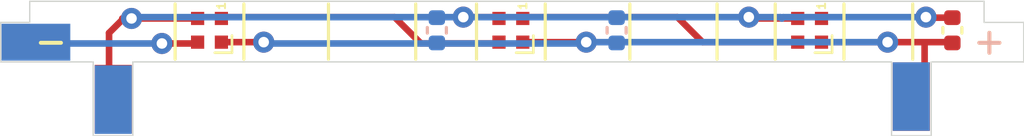
<source format=kicad_pcb>
(kicad_pcb (version 20211014) (generator pcbnew)
  (layers (0 "F.Cu" signal) (31 "B.Cu" signal) (34 "B.Paste" user) (35 "F.Paste" user) (36 "B.SilkS" user "B.Silkscreen") (37 "F.SilkS" user "F.Silkscreen") (38 "B.Mask" user) (39 "F.Mask" user) (44 "Edge.Cuts" user))
  (net 0 "")
  (net 1 "+5V")
  (net 2 "GND")
  (net 3 "Net-(D1-Pad1)")
  (net 4 "Net-(D1-Pad3)")
  (net 5 "Net-(D2-Pad1)")
  (footprint "" (layer "F.Cu") (at 44.0587 111.412788)
    (fp_text reference "" (at 0 0) (layer "F.SilkS") (effects (font (size 1.27 1.27))))
    (fp_text value "" (at 0 0) (layer "F.SilkS") (effects (font (size 1.27 1.27))))
    (pad "" smd rect (at 0 0) (size 1.4 2.6) (layers "F.Cu" "F.Paste" "F.Mask"))
  )
  (footprint "LED_SMD:LED_SK6812_EC15_1.5x1.5mm" (layer "F.Cu") (at 70.4 108.8 -90)
    (fp_text reference "" (at 0 -1.75 90) (layer "F.SilkS"))
    (fp_text value "")
    (fp_text user "1" (at -0.925 -0.45 90) (layer "F.SilkS") (effects (font (size 0.3 0.3) (thickness 0.075))))
    (fp_line (start 0.85 -0.85) (end 0.2 -0.85) (layer "F.SilkS") (width 0.1))
    (fp_line (start 0.85 -0.2) (end 0.85 -0.85) (layer "F.SilkS") (width 0.1))
    (pad "1" smd rect (at -0.45 -0.45 270) (size 0.5 0.5) (layers "F.Cu" "F.Paste" "F.Mask"))
    (pad "2" smd rect (at -0.45 0.45 270) (size 0.5 0.5) (layers "F.Cu" "F.Paste" "F.Mask") (net 2 "GND"))
    (pad "3" smd rect (at 0.45 0.45 270) (size 0.5 0.5) (layers "F.Cu" "F.Paste" "F.Mask") (net 5 "Net-(D2-Pad1)"))
    (pad "4" smd rect (at 0.45 -0.45 270) (size 0.5 0.5) (layers "F.Cu" "F.Paste" "F.Mask") (net 1 "+5V"))
  )
  (footprint "Capacitor_SMD:C_0402_1005Metric" (layer "F.Cu") (at 75.8 108.8 90)
    (fp_text reference "" (at 0 -1.16 90) (layer "F.SilkS"))
    (fp_text value "")
    (fp_line (start -0.107836 0.36) (end 0.107836 0.36) (layer "F.SilkS") (width 0.12))
    (fp_line (start -0.107836 -0.36) (end 0.107836 -0.36) (layer "F.SilkS") (width 0.12))
    (pad "1" smd roundrect (at -0.48 0 90) (size 0.56 0.62) (layers "F.Cu" "F.Paste" "F.Mask") (net 1 "+5V"))
    (pad "2" smd roundrect (at 0.48 0 90) (size 0.56 0.62) (layers "F.Cu" "F.Paste" "F.Mask") (net 2 "GND"))
  )
  (footprint "" (layer "F.Cu") (at 74.248582 111.316414)
    (fp_text reference "" (at 0 0) (layer "F.SilkS") (effects (font (size 1.27 1.27))))
    (fp_text value "" (at 0 0) (layer "F.SilkS") (effects (font (size 1.27 1.27))))
    (pad "" smd rect (at 0 0) (size 1.4 2.6) (layers "F.Cu" "F.Paste" "F.Mask"))
  )
  (footprint "LED_SMD:LED_SK6812_EC15_1.5x1.5mm" (layer "F.Cu") (at 47.7 108.8 -90)
    (fp_text reference "" (at 0 -1.75 90) (layer "F.SilkS"))
    (fp_text value "")
    (fp_text user "1" (at -0.925 -0.45 90) (layer "F.SilkS") (effects (font (size 0.3 0.3) (thickness 0.075))))
    (fp_line (start 0.85 -0.2) (end 0.85 -0.85) (layer "F.SilkS") (width 0.1))
    (fp_line (start 0.85 -0.85) (end 0.2 -0.85) (layer "F.SilkS") (width 0.1))
    (pad "1" smd rect (at -0.45 -0.45 270) (size 0.5 0.5) (layers "F.Cu" "F.Paste" "F.Mask") (net 3 "Net-(D1-Pad1)"))
    (pad "2" smd rect (at -0.45 0.45 270) (size 0.5 0.5) (layers "F.Cu" "F.Paste" "F.Mask") (net 2 "GND"))
    (pad "3" smd rect (at 0.45 0.45 270) (size 0.5 0.5) (layers "F.Cu" "F.Paste" "F.Mask") (net 4 "Net-(D1-Pad3)"))
    (pad "4" smd rect (at 0.45 -0.45 270) (size 0.5 0.5) (layers "F.Cu" "F.Paste" "F.Mask") (net 1 "+5V"))
  )
  (footprint "LED_SMD:LED_SK6812_EC15_1.5x1.5mm" (layer "F.Cu") (at 59.1 108.8 -90)
    (fp_text reference "" (at 0.05 -0.75 90) (layer "F.SilkS"))
    (fp_text value "")
    (fp_text user "1" (at -0.925 -0.45 90) (layer "F.SilkS") (effects (font (size 0.3 0.3) (thickness 0.075))))
    (fp_line (start 0.85 -0.2) (end 0.85 -0.85) (layer "F.SilkS") (width 0.1))
    (fp_line (start 0.85 -0.85) (end 0.2 -0.85) (layer "F.SilkS") (width 0.1))
    (pad "1" smd rect (at -0.45 -0.45 270) (size 0.5 0.5) (layers "F.Cu" "F.Paste" "F.Mask") (net 5 "Net-(D2-Pad1)"))
    (pad "2" smd rect (at -0.45 0.45 270) (size 0.5 0.5) (layers "F.Cu" "F.Paste" "F.Mask") (net 2 "GND"))
    (pad "3" smd rect (at 0.45 0.45 270) (size 0.5 0.5) (layers "F.Cu" "F.Paste" "F.Mask") (net 3 "Net-(D1-Pad1)"))
    (pad "4" smd rect (at 0.45 -0.45 270) (size 0.5 0.5) (layers "F.Cu" "F.Paste" "F.Mask") (net 1 "+5V"))
  )
  (footprint "Capacitor_SMD:C_0402_1005Metric" (layer "B.Cu") (at 63.1 108.8 90)
    (fp_text reference "" (at 0 1.16 90) (layer "B.SilkS") (effects (justify mirror)))
    (fp_text value "")
    (fp_line (start -0.107836 -0.36) (end 0.107836 -0.36) (layer "B.SilkS") (width 0.12))
    (fp_line (start -0.107836 0.36) (end 0.107836 0.36) (layer "B.SilkS") (width 0.12))
    (pad "1" smd roundrect (at -0.48 0 90) (size 0.56 0.62) (layers "B.Cu" "B.Paste" "B.Mask"))
    (pad "2" smd roundrect (at 0.48 0 90) (size 0.56 0.62) (layers "B.Cu" "B.Paste" "B.Mask"))
  )
  (footprint "Capacitor_SMD:C_0402_1005Metric" (layer "B.Cu") (at 56.3 108.8 90)
    (fp_text reference "" (at 0 1.16 90) (layer "B.SilkS") (effects (justify mirror)))
    (fp_text value "")
    (fp_line (start -0.107836 -0.36) (end 0.107836 -0.36) (layer "B.SilkS") (width 0.12))
    (fp_line (start -0.107836 0.36) (end 0.107836 0.36) (layer "B.SilkS") (width 0.12))
    (pad "1" smd roundrect (at -0.48 0 90) (size 0.56 0.62) (layers "B.Cu" "B.Paste" "B.Mask"))
    (pad "2" smd roundrect (at 0.48 0 90) (size 0.56 0.62) (layers "B.Cu" "B.Paste" "B.Mask"))
  )
  (footprint "" (layer "B.Cu") (at 74.245352 111.316414 180)
    (fp_text reference "" (at 0 0) (layer "B.SilkS") (effects (font (size 1.27 1.27)) (justify mirror)))
    (fp_text value "" (at 0 0) (layer "B.SilkS") (effects (font (size 1.27 1.27)) (justify mirror)))
    (pad "" smd rect (at 0 0 180) (size 1.4 2.6) (layers "B.Cu" "B.Paste" "B.Mask"))
  )
  (footprint "" (layer "B.Cu") (at 44.059312 111.432527 180)
    (fp_text reference "" (at 0 0) (layer "B.SilkS") (effects (font (size 1.27 1.27)) (justify mirror)))
    (fp_text value "" (at 0 0) (layer "B.SilkS") (effects (font (size 1.27 1.27)) (justify mirror)))
    (pad "" smd rect (at 0 0 180) (size 1.4 2.6) (layers "B.Cu" "B.Paste" "B.Mask"))
  )
  (footprint "" (layer "B.Cu") (at 41.134311 109.250936 90)
    (fp_text reference "" (at 0 0 90) (layer "B.SilkS") (effects (font (size 1.27 1.27)) (justify mirror)))
    (fp_text value "" (at 0 0 90) (layer "B.SilkS") (effects (font (size 1.27 1.27)) (justify mirror)))
    (pad "" smd rect (at 0 0 90) (size 1.4 2.6) (layers "B.Cu" "B.Paste" "B.Mask"))
  )
  (gr_line (start 52.2 109.9) (end 52.2 107.8) (layer "F.SilkS") (width 0.12))
  (gr_line (start 66.9 109.9) (end 66.9 107.8) (layer "F.SilkS") (width 0.12))
  (gr_line (start 55.5 109.9) (end 55.5 107.8) (layer "F.SilkS") (width 0.12))
  (gr_line (start 63.6 107.8) (end 63.6 109.9) (layer "F.SilkS") (width 0.12))
  (gr_line (start 57.8 109.9) (end 57.8 107.8) (layer "F.SilkS") (width 0.12))
  (gr_line (start 74.3 109.9) (end 74.3 107.8) (layer "F.SilkS") (width 0.12))
  (gr_line (start 46.4 109.9) (end 46.4 107.8) (layer "F.SilkS") (width 0.12))
  (gr_line (start 49 109.9) (end 49 107.8) (layer "F.SilkS") (width 0.12))
  (gr_line (start 60.4 109.9) (end 60.4 107.8) (layer "F.SilkS") (width 0.12))
  (gr_line (start 71.7 109.9) (end 71.7 107.8) (layer "F.SilkS") (width 0.12))
  (gr_line (start 69.1 109.9) (end 69.1 107.8) (layer "F.SilkS") (width 0.12))
  (gr_line (start 73.5 112.8) (end 75 112.8) (layer "Edge.Cuts") (width 0.05))
  (gr_line (start 44.8 110) (end 44.8 112.8) (layer "Edge.Cuts") (width 0.05))
  (gr_line (start 39.8 110) (end 39.8 108.5) (layer "Edge.Cuts") (width 0.05))
  (gr_line (start 40.9 108.5) (end 39.8 108.5) (layer "Edge.Cuts") (width 0.05))
  (gr_line (start 75 112.8) (end 75 110) (layer "Edge.Cuts") (width 0.05))
  (gr_line (start 78.5 108.5) (end 78.5 110) (layer "Edge.Cuts") (width 0.05))
  (gr_line (start 78.5 108.5) (end 77 108.5) (layer "Edge.Cuts") (width 0.05))
  (gr_line (start 44.8 112.8) (end 43.3 112.8) (layer "Edge.Cuts") (width 0.05))
  (gr_line (start 77 107.7) (end 77 108.5) (layer "Edge.Cuts") (width 0.05))
  (gr_line (start 44.8 110) (end 73.5 110) (layer "Edge.Cuts") (width 0.05))
  (gr_line (start 75 110) (end 78.5 110) (layer "Edge.Cuts") (width 0.05))
  (gr_line (start 39.8 110) (end 43.3 110) (layer "Edge.Cuts") (width 0.05))
  (gr_line (start 40.9 108.5) (end 40.9 107.7) (layer "Edge.Cuts") (width 0.05))
  (gr_line (start 43.3 112.8) (end 43.3 110) (layer "Edge.Cuts") (width 0.05))
  (gr_line (start 73.5 112.8) (end 73.5 110) (layer "Edge.Cuts") (width 0.05))
  (gr_line (start 77 107.7) (end 40.9 107.7) (layer "Edge.Cuts") (width 0.05))
  (gr_text "+" (at 77.2 109.2) (layer "B.SilkS") (effects (font (size 1 1)) (justify mirror)))
  (gr_text "+" (at 77.2 109.2) (layer "F.SilkS") (effects (font (size 1 1))))
  (gr_text "-" (at 41.7 109.2) (layer "F.SilkS") (effects (font (size 1 1)) (justify mirror)))
  (segment (start 61.95 109.25) (end 59.55 109.25) (width 0.25) (layer "F.Cu") (net 1))
  (segment (start 74.75 109.25) (end 74.75 110.55) (width 0.25) (layer "F.Cu") (net 1))
  (segment (start 48.25 109.25) (end 48.2 109.2) (width 0.25) (layer "F.Cu") (net 1))
  (segment (start 73.35 109.25) (end 74.75 109.25) (width 0.25) (layer "F.Cu") (net 1))
  (segment (start 70.85 109.25) (end 73.35 109.25) (width 0.25) (layer "F.Cu") (net 1))
  (segment (start 75.77 109.25) (end 75.8 109.28) (width 0.25) (layer "F.Cu") (net 1))
  (segment (start 74.75 109.25) (end 75.77 109.25) (width 0.25) (layer "F.Cu") (net 1))
  (segment (start 49.75 109.25) (end 48.25 109.25) (width 0.25) (layer "F.Cu") (net 1))
  (via (at 49.75 109.25) (size 0.8) (drill 0.4) (layers "F.Cu" "B.Cu") (net 1))
  (via (at 73.35 109.25) (size 0.8) (drill 0.4) (layers "F.Cu" "B.Cu") (net 1))
  (via (at 61.95 109.25) (size 0.8) (drill 0.4) (layers "F.Cu" "B.Cu") (net 1))
  (segment (start 49.75 109.25) (end 49.8 109.3) (width 0.25) (layer "B.Cu") (net 1))
  (segment (start 73.35 109.25) (end 61.95 109.25) (width 0.25) (layer "B.Cu") (net 1))
  (segment (start 61.9 109.3) (end 61.95 109.25) (width 0.25) (layer "B.Cu") (net 1))
  (segment (start 49.8 109.3) (end 61.9 109.3) (width 0.25) (layer "B.Cu") (net 1))
  (segment (start 43.9 108.9) (end 43.9 111.5) (width 0.25) (layer "F.Cu") (net 2))
  (segment (start 69.95 108.35) (end 68.15 108.35) (width 0.25) (layer "F.Cu") (net 2))
  (segment (start 57.3 108.3) (end 58.6 108.3) (width 0.25) (layer "F.Cu") (net 2))
  (segment (start 44.45 108.35) (end 43.9 108.9) (width 0.25) (layer "F.Cu") (net 2))
  (segment (start 47.25 108.35) (end 44.75 108.35) (width 0.25) (layer "F.Cu") (net 2))
  (segment (start 68.15 108.35) (end 68.1 108.3) (width 0.25) (layer "F.Cu") (net 2))
  (segment (start 44.75 108.35) (end 44.4 108.35) (width 0.25) (layer "F.Cu") (net 2))
  (segment (start 74.82 108.32) (end 74.8 108.3) (width 0.25) (layer "F.Cu") (net 2))
  (segment (start 75.8 108.32) (end 74.82 108.32) (width 0.25) (layer "F.Cu") (net 2))
  (segment (start 58.6 108.3) (end 58.65 108.35) (width 0.25) (layer "F.Cu") (net 2))
  (via (at 68.1 108.3) (size 0.8) (drill 0.4) (layers "F.Cu" "B.Cu") (net 2))
  (via (at 74.8 108.3) (size 0.8) (drill 0.4) (layers "F.Cu" "B.Cu") (net 2))
  (via (at 57.3 108.3) (size 0.8) (drill 0.4) (layers "F.Cu" "B.Cu") (net 2))
  (via (at 44.75 108.35) (size 0.8) (drill 0.4) (layers "F.Cu" "B.Cu") (net 2))
  (segment (start 57.3 108.3) (end 44.8 108.3) (width 0.25) (layer "B.Cu") (net 2))
  (segment (start 74.8 108.3) (end 69.4 108.3) (width 0.25) (layer "B.Cu") (net 2))
  (segment (start 69.4 108.3) (end 69.35 108.35) (width 0.25) (layer "B.Cu") (net 2))
  (segment (start 68.1 108.3) (end 69.3 108.3) (width 0.25) (layer "B.Cu") (net 2))
  (segment (start 69.3 108.3) (end 69.35 108.35) (width 0.25) (layer "B.Cu") (net 2))
  (segment (start 44.8 108.3) (end 44.75 108.35) (width 0.25) (layer "B.Cu") (net 2))
  (segment (start 68.1 108.3) (end 57.3 108.3) (width 0.25) (layer "B.Cu") (net 2))
  (segment (start 55.7 109.3) (end 58.6 109.3) (width 0.25) (layer "F.Cu") (net 3))
  (segment (start 58.6 109.3) (end 58.65 109.25) (width 0.25) (layer "F.Cu") (net 3))
  (segment (start 54.7 108.3) (end 55.7 109.3) (width 0.25) (layer "F.Cu") (net 3))
  (segment (start 48.15 108.35) (end 48.2 108.3) (width 0.25) (layer "F.Cu") (net 3))
  (segment (start 48.2 108.3) (end 54.7 108.3) (width 0.25) (layer "F.Cu") (net 3))
  (segment (start 45.9 109.3) (end 47.2 109.3) (width 0.25) (layer "F.Cu") (net 4))
  (segment (start 47.2 109.3) (end 47.25 109.25) (width 0.25) (layer "F.Cu") (net 4))
  (via (at 45.9 109.3) (size 0.8) (drill 0.4) (layers "F.Cu" "B.Cu") (net 4))
  (segment (start 45.9 109.3) (end 41.1 109.3) (width 0.25) (layer "B.Cu") (net 4))
  (segment (start 65.4 108.3) (end 59.6 108.3) (width 0.25) (layer "F.Cu") (net 5))
  (segment (start 59.6 108.3) (end 59.55 108.35) (width 0.25) (layer "F.Cu") (net 5))
  (segment (start 69.95 109.25) (end 66.35 109.25) (width 0.25) (layer "F.Cu") (net 5))
  (segment (start 66.35 109.25) (end 65.4 108.3) (width 0.25) (layer "F.Cu") (net 5))
)
</source>
